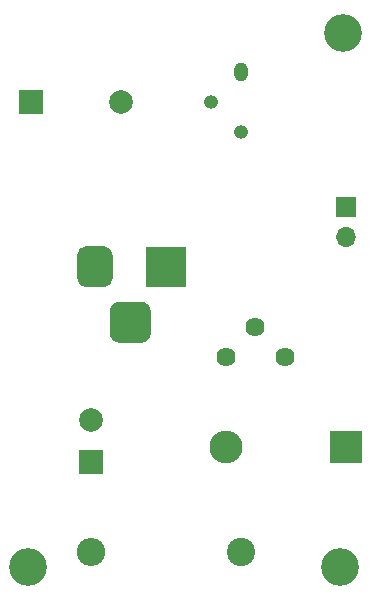
<source format=gbr>
%TF.GenerationSoftware,KiCad,Pcbnew,(5.1.8)-1*%
%TF.CreationDate,2020-12-20T06:36:15+01:00*%
%TF.ProjectId,Fire Sensor,46697265-2053-4656-9e73-6f722e6b6963,rev?*%
%TF.SameCoordinates,Original*%
%TF.FileFunction,Soldermask,Bot*%
%TF.FilePolarity,Negative*%
%FSLAX46Y46*%
G04 Gerber Fmt 4.6, Leading zero omitted, Abs format (unit mm)*
G04 Created by KiCad (PCBNEW (5.1.8)-1) date 2020-12-20 06:36:15*
%MOMM*%
%LPD*%
G01*
G04 APERTURE LIST*
%ADD10C,3.200000*%
%ADD11R,2.000000X2.000000*%
%ADD12C,2.000000*%
%ADD13R,2.800000X2.800000*%
%ADD14O,2.800000X2.800000*%
%ADD15R,3.500000X3.500000*%
%ADD16O,1.200000X1.600000*%
%ADD17O,1.200000X1.200000*%
%ADD18C,2.400000*%
%ADD19O,2.400000X2.400000*%
%ADD20C,1.620000*%
%ADD21R,1.700000X1.700000*%
%ADD22O,1.700000X1.700000*%
G04 APERTURE END LIST*
D10*
%TO.C,M3*%
X139192000Y-114300000D03*
%TD*%
%TO.C,M3*%
X112776000Y-114300000D03*
%TD*%
%TO.C,M3*%
X139446000Y-69088000D03*
%TD*%
D11*
%TO.C,BZ1*%
X113030000Y-74930000D03*
D12*
X120630000Y-74930000D03*
%TD*%
D11*
%TO.C,C1*%
X118110000Y-105410000D03*
D12*
X118110000Y-101910000D03*
%TD*%
D13*
%TO.C,D1*%
X139700000Y-104140000D03*
D14*
X129540000Y-104140000D03*
%TD*%
D15*
%TO.C,J1*%
X124460000Y-88900000D03*
G36*
G01*
X116960000Y-89900000D02*
X116960000Y-87900000D01*
G75*
G02*
X117710000Y-87150000I750000J0D01*
G01*
X119210000Y-87150000D01*
G75*
G02*
X119960000Y-87900000I0J-750000D01*
G01*
X119960000Y-89900000D01*
G75*
G02*
X119210000Y-90650000I-750000J0D01*
G01*
X117710000Y-90650000D01*
G75*
G02*
X116960000Y-89900000I0J750000D01*
G01*
G37*
G36*
G01*
X119710000Y-94475000D02*
X119710000Y-92725000D01*
G75*
G02*
X120585000Y-91850000I875000J0D01*
G01*
X122335000Y-91850000D01*
G75*
G02*
X123210000Y-92725000I0J-875000D01*
G01*
X123210000Y-94475000D01*
G75*
G02*
X122335000Y-95350000I-875000J0D01*
G01*
X120585000Y-95350000D01*
G75*
G02*
X119710000Y-94475000I0J875000D01*
G01*
G37*
%TD*%
D16*
%TO.C,Q1*%
X130810000Y-72390000D03*
D17*
X128270000Y-74930000D03*
X130810000Y-77470000D03*
%TD*%
D18*
%TO.C,R1*%
X130810000Y-113030000D03*
D19*
X118110000Y-113030000D03*
%TD*%
D20*
%TO.C,RV1*%
X134540000Y-96520000D03*
X132040000Y-94020000D03*
X129540000Y-96520000D03*
%TD*%
D21*
%TO.C,TH1*%
X139700000Y-83820000D03*
D22*
X139700000Y-86360000D03*
%TD*%
M02*

</source>
